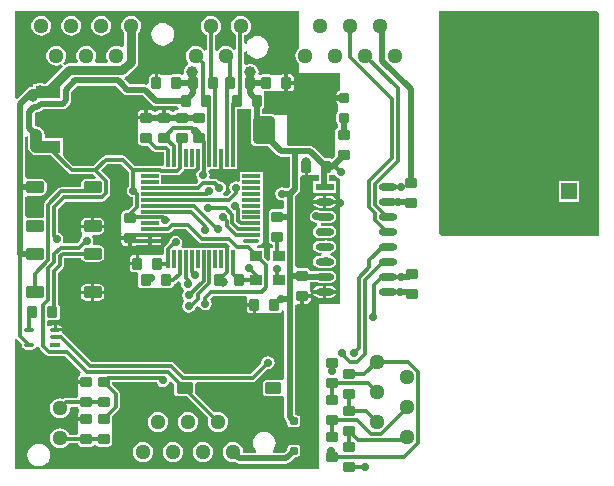
<source format=gtl>
G04 Layer_Physical_Order=1*
G04 Layer_Color=255*
%FSLAX24Y24*%
%MOIN*%
G70*
G01*
G75*
G04:AMPARAMS|DCode=10|XSize=39.4mil|YSize=35.4mil|CornerRadius=4.4mil|HoleSize=0mil|Usage=FLASHONLY|Rotation=180.000|XOffset=0mil|YOffset=0mil|HoleType=Round|Shape=RoundedRectangle|*
%AMROUNDEDRECTD10*
21,1,0.0394,0.0266,0,0,180.0*
21,1,0.0305,0.0354,0,0,180.0*
1,1,0.0089,-0.0153,0.0133*
1,1,0.0089,0.0153,0.0133*
1,1,0.0089,0.0153,-0.0133*
1,1,0.0089,-0.0153,-0.0133*
%
%ADD10ROUNDEDRECTD10*%
G04:AMPARAMS|DCode=11|XSize=31.5mil|YSize=31.5mil|CornerRadius=3.9mil|HoleSize=0mil|Usage=FLASHONLY|Rotation=90.000|XOffset=0mil|YOffset=0mil|HoleType=Round|Shape=RoundedRectangle|*
%AMROUNDEDRECTD11*
21,1,0.0315,0.0236,0,0,90.0*
21,1,0.0236,0.0315,0,0,90.0*
1,1,0.0079,0.0118,0.0118*
1,1,0.0079,0.0118,-0.0118*
1,1,0.0079,-0.0118,-0.0118*
1,1,0.0079,-0.0118,0.0118*
%
%ADD11ROUNDEDRECTD11*%
G04:AMPARAMS|DCode=12|XSize=39.4mil|YSize=35.4mil|CornerRadius=4.4mil|HoleSize=0mil|Usage=FLASHONLY|Rotation=270.000|XOffset=0mil|YOffset=0mil|HoleType=Round|Shape=RoundedRectangle|*
%AMROUNDEDRECTD12*
21,1,0.0394,0.0266,0,0,270.0*
21,1,0.0305,0.0354,0,0,270.0*
1,1,0.0089,-0.0133,-0.0153*
1,1,0.0089,-0.0133,0.0153*
1,1,0.0089,0.0133,0.0153*
1,1,0.0089,0.0133,-0.0153*
%
%ADD12ROUNDEDRECTD12*%
%ADD13R,0.0394X0.0354*%
G04:AMPARAMS|DCode=14|XSize=23.6mil|YSize=27.6mil|CornerRadius=3mil|HoleSize=0mil|Usage=FLASHONLY|Rotation=90.000|XOffset=0mil|YOffset=0mil|HoleType=Round|Shape=RoundedRectangle|*
%AMROUNDEDRECTD14*
21,1,0.0236,0.0217,0,0,90.0*
21,1,0.0177,0.0276,0,0,90.0*
1,1,0.0059,0.0108,0.0089*
1,1,0.0059,0.0108,-0.0089*
1,1,0.0059,-0.0108,-0.0089*
1,1,0.0059,-0.0108,0.0089*
%
%ADD14ROUNDEDRECTD14*%
%ADD15O,0.0591X0.0118*%
%ADD16R,0.0591X0.0118*%
%ADD17R,0.0118X0.0591*%
G04:AMPARAMS|DCode=18|XSize=90.6mil|YSize=70.9mil|CornerRadius=8.9mil|HoleSize=0mil|Usage=FLASHONLY|Rotation=90.000|XOffset=0mil|YOffset=0mil|HoleType=Round|Shape=RoundedRectangle|*
%AMROUNDEDRECTD18*
21,1,0.0906,0.0532,0,0,90.0*
21,1,0.0728,0.0709,0,0,90.0*
1,1,0.0177,0.0266,0.0364*
1,1,0.0177,0.0266,-0.0364*
1,1,0.0177,-0.0266,-0.0364*
1,1,0.0177,-0.0266,0.0364*
%
%ADD18ROUNDEDRECTD18*%
G04:AMPARAMS|DCode=19|XSize=63mil|YSize=39.4mil|CornerRadius=9.8mil|HoleSize=0mil|Usage=FLASHONLY|Rotation=0.000|XOffset=0mil|YOffset=0mil|HoleType=Round|Shape=RoundedRectangle|*
%AMROUNDEDRECTD19*
21,1,0.0630,0.0197,0,0,0.0*
21,1,0.0433,0.0394,0,0,0.0*
1,1,0.0197,0.0217,-0.0098*
1,1,0.0197,-0.0217,-0.0098*
1,1,0.0197,-0.0217,0.0098*
1,1,0.0197,0.0217,0.0098*
%
%ADD19ROUNDEDRECTD19*%
%ADD20O,0.0335X0.0138*%
%ADD21R,0.0335X0.0138*%
%ADD22O,0.0610X0.0236*%
%ADD23R,0.0610X0.0236*%
%ADD24R,0.0846X0.0394*%
%ADD25R,0.0846X0.1280*%
G04:AMPARAMS|DCode=26|XSize=39.4mil|YSize=55.1mil|CornerRadius=4.9mil|HoleSize=0mil|Usage=FLASHONLY|Rotation=90.000|XOffset=0mil|YOffset=0mil|HoleType=Round|Shape=RoundedRectangle|*
%AMROUNDEDRECTD26*
21,1,0.0394,0.0453,0,0,90.0*
21,1,0.0295,0.0551,0,0,90.0*
1,1,0.0098,0.0226,0.0148*
1,1,0.0098,0.0226,-0.0148*
1,1,0.0098,-0.0226,-0.0148*
1,1,0.0098,-0.0226,0.0148*
%
%ADD26ROUNDEDRECTD26*%
%ADD27C,0.0118*%
%ADD28C,0.0197*%
%ADD29C,0.0394*%
%ADD30C,0.0315*%
%ADD31C,0.0276*%
%ADD32C,0.0512*%
%ADD33R,0.0532X0.0532*%
%ADD34C,0.0532*%
%ADD35C,0.0354*%
%ADD36C,0.0276*%
%ADD37C,0.0315*%
%ADD38C,0.0394*%
G36*
X3512Y15090D02*
X3514Y15088D01*
X3730Y14872D01*
X3788Y14833D01*
X3857Y14819D01*
X4375D01*
X4497Y14698D01*
X4498Y14695D01*
X4675Y14518D01*
X4734Y14479D01*
X4803Y14465D01*
X5529D01*
X5571Y14403D01*
X5539Y14333D01*
X5517D01*
X5469Y14324D01*
X5428Y14296D01*
X5418Y14281D01*
X5413Y14279D01*
X5335D01*
X5330Y14281D01*
X5320Y14296D01*
X5279Y14324D01*
X5231Y14333D01*
X5138D01*
Y14075D01*
X5020D01*
Y14333D01*
X4926D01*
X4878Y14324D01*
X4837Y14296D01*
X4827Y14281D01*
X4823Y14279D01*
X4744Y14279D01*
X4740Y14281D01*
X4729Y14296D01*
X4689Y14324D01*
X4641Y14333D01*
X4547D01*
Y14075D01*
X4488D01*
Y14016D01*
X4210D01*
Y13942D01*
X4218Y13903D01*
X4213Y13898D01*
Y13583D01*
X4218Y13577D01*
X4210Y13538D01*
Y13273D01*
X4220Y13225D01*
X4247Y13184D01*
X4288Y13157D01*
X4336Y13147D01*
X4548D01*
X4723Y12972D01*
X4769Y12941D01*
X4823Y12930D01*
X5076D01*
Y12736D01*
X5079Y12723D01*
Y12497D01*
X5055Y12481D01*
X5000Y12455D01*
X4959Y12463D01*
X4113D01*
X3800Y12777D01*
X3755Y12807D01*
X3701Y12818D01*
X3398D01*
X3398Y12818D01*
X3137D01*
X3083Y12807D01*
X3038Y12777D01*
X2725Y12463D01*
X2056D01*
X1748Y12771D01*
X1713Y12835D01*
X1713D01*
X1713Y12835D01*
Y13386D01*
X1105D01*
Y13504D01*
X1095Y13576D01*
X1067Y13643D01*
X1023Y13700D01*
X966Y13745D01*
X899Y13772D01*
X827Y13782D01*
X771Y13843D01*
Y14191D01*
X828Y14248D01*
X847D01*
X916Y14262D01*
X975Y14301D01*
X1040Y14367D01*
X1707D01*
X1776Y14380D01*
X1835Y14420D01*
X1939Y14523D01*
X1978Y14582D01*
X1992Y14651D01*
Y14925D01*
X2201Y15134D01*
X3468D01*
X3512Y15090D01*
D02*
G37*
G36*
X19585Y17533D02*
X19585Y10140D01*
X14335D01*
X14252Y10223D01*
X14252Y17616D01*
X19501D01*
X19585Y17533D01*
D02*
G37*
G36*
X7677Y14370D02*
X7989D01*
Y14101D01*
X7982Y14091D01*
X7969Y14026D01*
Y13981D01*
X7968Y13976D01*
X7969Y13972D01*
Y13297D01*
X7982Y13232D01*
X8019Y13177D01*
X8074Y13140D01*
X8140Y13127D01*
X8547D01*
X8849Y12825D01*
X8907Y12786D01*
X8976Y12772D01*
X9268D01*
Y11787D01*
X9197Y11716D01*
X9135D01*
X9100Y11739D01*
X9016Y11756D01*
X8931Y11739D01*
X8860Y11692D01*
X8812Y11620D01*
X8795Y11535D01*
X8812Y11451D01*
X8860Y11379D01*
X8931Y11331D01*
X9016Y11315D01*
X9030Y11318D01*
X9091Y11268D01*
Y11082D01*
X9012Y11026D01*
X9011Y11026D01*
X8706D01*
X8658Y11016D01*
X8617Y10989D01*
X8590Y10949D01*
X8580Y10901D01*
Y10635D01*
X8588Y10596D01*
X8583Y10591D01*
Y10276D01*
X8588Y10270D01*
X8580Y10231D01*
Y9966D01*
X8590Y9918D01*
X8617Y9877D01*
X8658Y9850D01*
X8706Y9840D01*
X8718D01*
Y9734D01*
X8622D01*
Y9326D01*
X8543Y9293D01*
X8425Y9411D01*
Y9734D01*
X8169D01*
X8164Y9741D01*
X8206Y9820D01*
X8228D01*
X8282Y9831D01*
X8328Y9861D01*
X8358Y9907D01*
X8365Y9941D01*
X8369Y9961D01*
X8366Y10020D01*
X8366Y10020D01*
Y10217D01*
Y10610D01*
Y11004D01*
Y11398D01*
Y11791D01*
Y12264D01*
X7618D01*
Y11995D01*
X7604Y11980D01*
X7539Y11941D01*
X7480Y11953D01*
X7396Y11936D01*
X7324Y11888D01*
X7276Y11817D01*
X7260Y11732D01*
X7276Y11648D01*
X7308Y11601D01*
X7186Y11479D01*
X7082D01*
X7058Y11558D01*
X7085Y11576D01*
X7133Y11648D01*
X7150Y11732D01*
X7133Y11817D01*
X7085Y11888D01*
X7014Y11936D01*
X6929Y11953D01*
X6911Y11949D01*
X6871Y11989D01*
X6825Y12020D01*
X6772Y12030D01*
X6636D01*
X6588Y12109D01*
X6599Y12165D01*
X6582Y12250D01*
X6559Y12283D01*
X6599Y12362D01*
X6929D01*
Y12723D01*
X6932Y12736D01*
X7045D01*
X7047Y12723D01*
Y12362D01*
X7520D01*
Y12723D01*
X7522Y12736D01*
Y14368D01*
X7633D01*
X7672Y14375D01*
X7677Y14370D01*
D02*
G37*
G36*
X549Y13461D02*
Y13110D01*
X558Y13038D01*
X586Y12971D01*
X630Y12914D01*
X688Y12870D01*
X709Y12861D01*
Y12835D01*
X809D01*
X827Y12832D01*
X845Y12835D01*
X1288D01*
X1899Y12223D01*
X1944Y12193D01*
X1998Y12182D01*
X2727D01*
X2806Y12104D01*
X2775Y12031D01*
X2480D01*
X2411Y12017D01*
X2353Y11978D01*
X2313Y11920D01*
X2300Y11850D01*
Y11755D01*
X1655D01*
X1602Y11744D01*
X1556Y11714D01*
X1121Y11279D01*
X1091Y11233D01*
X1080Y11179D01*
Y10788D01*
X1001Y10728D01*
X984Y10732D01*
X551D01*
X535Y10729D01*
X456Y10788D01*
Y11416D01*
X535Y11476D01*
X551Y11473D01*
X984D01*
X1053Y11487D01*
X1112Y11526D01*
X1151Y11584D01*
X1165Y11654D01*
Y11850D01*
X1151Y11920D01*
X1112Y11978D01*
X1053Y12017D01*
X984Y12031D01*
X551D01*
X535Y12028D01*
X456Y12088D01*
Y13431D01*
X535Y13471D01*
X549Y13461D01*
D02*
G37*
G36*
X6196Y12283D02*
X6174Y12250D01*
X6157Y12165D01*
X6174Y12081D01*
X6222Y12009D01*
X6229Y11936D01*
X6166Y11873D01*
X5705D01*
X5705Y11873D01*
X5476D01*
X5476Y11873D01*
X4980D01*
Y12162D01*
X5529D01*
X5582Y12172D01*
X5628Y12203D01*
X5710Y12285D01*
X5740Y12330D01*
X5746Y12362D01*
X6154D01*
X6196Y12283D01*
D02*
G37*
G36*
X9567Y16388D02*
X9557Y16380D01*
X9503Y16310D01*
X9469Y16229D01*
X9458Y16142D01*
X9469Y16054D01*
X9503Y15973D01*
X9557Y15903D01*
X9567Y15895D01*
Y15551D01*
X10945D01*
Y14983D01*
X10899Y14973D01*
X10860Y14947D01*
X10834Y14908D01*
X10824Y14862D01*
Y14803D01*
X11063D01*
Y14685D01*
X10824D01*
Y14626D01*
X10834Y14580D01*
X10860Y14541D01*
X10866Y14537D01*
Y14282D01*
X10860Y14278D01*
X10834Y14239D01*
X10824Y14193D01*
Y13957D01*
X10834Y13911D01*
X10860Y13872D01*
X10882Y13856D01*
Y13737D01*
X10862Y13733D01*
X10822Y13706D01*
X10795Y13665D01*
X10785Y13617D01*
Y13351D01*
X10793Y13312D01*
X10787Y13307D01*
Y12992D01*
X10793Y12987D01*
X10785Y12948D01*
Y12792D01*
X10690Y12698D01*
X10673Y12709D01*
X10625Y12719D01*
X10441D01*
X10079Y13080D01*
X10021Y13120D01*
X9952Y13133D01*
X9244D01*
X9176Y13161D01*
Y14161D01*
X8831D01*
X8758Y14169D01*
X8737Y14183D01*
X8709Y14189D01*
X8709Y14189D01*
X8671Y14196D01*
X8350D01*
Y14377D01*
X8350Y14377D01*
X8391Y14404D01*
X8418Y14445D01*
X8428Y14493D01*
Y14798D01*
X8418Y14846D01*
X8396Y14879D01*
X8404Y14914D01*
X8426Y14958D01*
X8617D01*
X8656Y14966D01*
X8661Y14961D01*
X8976D01*
X8982Y14966D01*
X9021Y14958D01*
X9094D01*
Y15236D01*
Y15514D01*
X9021D01*
X8982Y15506D01*
X8976Y15512D01*
X8661D01*
X8656Y15506D01*
X8617Y15514D01*
X8351D01*
X8303Y15505D01*
X8294Y15498D01*
X8292Y15499D01*
X8225Y15547D01*
X8231Y15591D01*
X8221Y15662D01*
X8193Y15730D01*
X8149Y15787D01*
X8092Y15831D01*
X8025Y15859D01*
X7953Y15869D01*
X7881Y15859D01*
X7837Y15841D01*
X7759Y15879D01*
Y16273D01*
X7837Y16289D01*
X7862Y16229D01*
X7922Y16151D01*
X8000Y16091D01*
X8091Y16053D01*
X8189Y16040D01*
X8287Y16053D01*
X8378Y16091D01*
X8456Y16151D01*
X8516Y16229D01*
X8553Y16320D01*
X8566Y16417D01*
X8553Y16515D01*
X8516Y16606D01*
X8456Y16684D01*
X8378Y16744D01*
X8287Y16782D01*
X8189Y16795D01*
X8091Y16782D01*
X8000Y16744D01*
X7922Y16684D01*
X7862Y16606D01*
X7837Y16546D01*
X7759Y16561D01*
Y16814D01*
X7807Y16834D01*
X7876Y16887D01*
X7930Y16957D01*
X7964Y17039D01*
X7975Y17126D01*
X7964Y17213D01*
X7930Y17295D01*
X7876Y17365D01*
X7807Y17418D01*
X7725Y17452D01*
X7638Y17464D01*
X7550Y17452D01*
X7469Y17418D01*
X7399Y17365D01*
X7345Y17295D01*
X7312Y17213D01*
X7300Y17126D01*
X7312Y17039D01*
X7345Y16957D01*
X7399Y16887D01*
X7469Y16834D01*
X7478Y16830D01*
Y16362D01*
X7399Y16335D01*
X7376Y16365D01*
X7307Y16418D01*
X7225Y16452D01*
X7138Y16464D01*
X7050Y16452D01*
X6969Y16418D01*
X6899Y16365D01*
X6857Y16310D01*
X6794Y16322D01*
X6778Y16330D01*
Y16822D01*
X6807Y16834D01*
X6876Y16887D01*
X6930Y16957D01*
X6964Y17039D01*
X6975Y17126D01*
X6964Y17213D01*
X6930Y17295D01*
X6876Y17365D01*
X6807Y17418D01*
X6725Y17452D01*
X6638Y17464D01*
X6550Y17452D01*
X6469Y17418D01*
X6399Y17365D01*
X6345Y17295D01*
X6312Y17213D01*
X6300Y17126D01*
X6312Y17039D01*
X6345Y16957D01*
X6399Y16887D01*
X6469Y16834D01*
X6497Y16822D01*
Y16330D01*
X6481Y16322D01*
X6419Y16310D01*
X6376Y16365D01*
X6307Y16418D01*
X6225Y16452D01*
X6138Y16464D01*
X6050Y16452D01*
X5969Y16418D01*
X5899Y16365D01*
X5845Y16295D01*
X5812Y16213D01*
X5800Y16126D01*
X5812Y16039D01*
X5845Y15957D01*
X5879Y15914D01*
X5883Y15854D01*
X5864Y15815D01*
X5827Y15787D01*
X5783Y15730D01*
X5755Y15662D01*
X5746Y15591D01*
X5751Y15547D01*
X5684Y15499D01*
X5682Y15498D01*
X5673Y15505D01*
X5625Y15514D01*
X5359D01*
X5320Y15506D01*
X5315Y15512D01*
X5000D01*
X4995Y15506D01*
X4956Y15514D01*
X4882D01*
Y15236D01*
X4764D01*
Y15514D01*
X4690D01*
X4642Y15505D01*
X4601Y15477D01*
X4574Y15437D01*
X4565Y15389D01*
Y15224D01*
X4486Y15173D01*
X4450Y15181D01*
X3932D01*
X3771Y15342D01*
X3769Y15344D01*
X3761Y15352D01*
X3777Y15404D01*
X3792Y15433D01*
X3862Y15479D01*
X4151Y15768D01*
X4203Y15846D01*
X4221Y15938D01*
Y16899D01*
X4227Y16903D01*
X4281Y16973D01*
X4314Y17054D01*
X4326Y17142D01*
X4314Y17229D01*
X4281Y17311D01*
X4227Y17380D01*
X4157Y17434D01*
X4076Y17468D01*
X3988Y17479D01*
X3901Y17468D01*
X3819Y17434D01*
X3750Y17380D01*
X3696Y17311D01*
X3662Y17229D01*
X3651Y17142D01*
X3662Y17054D01*
X3696Y16973D01*
X3739Y16916D01*
Y16470D01*
X3661Y16431D01*
X3657Y16434D01*
X3576Y16468D01*
X3488Y16479D01*
X3401Y16468D01*
X3319Y16434D01*
X3250Y16380D01*
X3196Y16310D01*
X3162Y16229D01*
X3151Y16142D01*
X3162Y16054D01*
X3196Y15973D01*
X3199Y15969D01*
X3160Y15890D01*
X2816D01*
X2778Y15969D01*
X2781Y15973D01*
X2814Y16054D01*
X2826Y16142D01*
X2814Y16229D01*
X2781Y16310D01*
X2727Y16380D01*
X2657Y16434D01*
X2576Y16468D01*
X2488Y16479D01*
X2401Y16468D01*
X2319Y16434D01*
X2250Y16380D01*
X2196Y16310D01*
X2162Y16229D01*
X2151Y16142D01*
X2162Y16054D01*
X2196Y15973D01*
X2199Y15969D01*
X2160Y15890D01*
X1909D01*
X1817Y15872D01*
X1778Y15846D01*
X1727Y15903D01*
X1780Y15973D01*
X1814Y16054D01*
X1826Y16142D01*
X1814Y16229D01*
X1780Y16310D01*
X1727Y16380D01*
X1657Y16434D01*
X1576Y16468D01*
X1488Y16479D01*
X1401Y16468D01*
X1319Y16434D01*
X1250Y16380D01*
X1196Y16310D01*
X1162Y16229D01*
X1151Y16142D01*
X1162Y16054D01*
X1196Y15973D01*
X1250Y15903D01*
X1319Y15849D01*
X1401Y15816D01*
X1488Y15804D01*
X1576Y15816D01*
X1657Y15849D01*
X1658Y15851D01*
X1710Y15791D01*
X1116Y15197D01*
X1075D01*
X1037Y15223D01*
X945Y15241D01*
X853Y15223D01*
X814Y15197D01*
X709D01*
Y15102D01*
X669D01*
X600Y15088D01*
X542Y15049D01*
X179Y14687D01*
X100Y14719D01*
Y17616D01*
X9567D01*
Y16388D01*
D02*
G37*
G36*
X3398Y12537D02*
X3643D01*
X3915Y12265D01*
Y11810D01*
X3899Y11800D01*
X3851Y11728D01*
X3834Y11644D01*
X3851Y11559D01*
X3899Y11488D01*
X3971Y11440D01*
X4033Y11427D01*
Y11141D01*
X3879Y10987D01*
X3784D01*
X3736Y10977D01*
X3696Y10950D01*
X3669Y10909D01*
X3659Y10861D01*
Y10595D01*
X3667Y10557D01*
X3661Y10551D01*
Y10236D01*
X3667Y10231D01*
X3659Y10192D01*
Y10118D01*
X3937D01*
Y10059D01*
X3996D01*
Y9801D01*
X4090D01*
X4138Y9810D01*
X4154Y9821D01*
X4232Y9823D01*
X4232Y9823D01*
X4547D01*
Y9961D01*
X4606D01*
Y10020D01*
X4980D01*
Y10214D01*
X5197D01*
X5251Y10225D01*
X5296Y10255D01*
X5413Y10371D01*
X5808D01*
X6239Y9940D01*
X6285Y9910D01*
X6339Y9899D01*
X6571D01*
X6571Y9899D01*
X7184D01*
X7286Y9797D01*
X7256Y9724D01*
X7244D01*
Y9364D01*
X7241Y9350D01*
X7126D01*
Y9724D01*
X5696D01*
X5654Y9803D01*
X5676Y9837D01*
X5693Y9921D01*
X5676Y10006D01*
X5629Y10077D01*
X5557Y10125D01*
X5472Y10142D01*
X5388Y10125D01*
X5316Y10077D01*
X5268Y10006D01*
X5256Y9943D01*
X5117Y9804D01*
X5087Y9758D01*
X5080Y9724D01*
X5079D01*
Y9718D01*
X5076Y9705D01*
Y9547D01*
X4997Y9490D01*
X4995Y9491D01*
X4729D01*
X4690Y9483D01*
X4685Y9488D01*
X4370D01*
X4365Y9483D01*
X4326Y9491D01*
X4252D01*
Y9213D01*
X4193D01*
Y9154D01*
X3935D01*
Y9060D01*
X3944Y9012D01*
X3971Y8971D01*
X4012Y8944D01*
X4060Y8935D01*
X4174D01*
X4218Y8865D01*
X4219Y8856D01*
X4210Y8814D01*
Y8509D01*
X4220Y8461D01*
X4247Y8420D01*
X4288Y8393D01*
X4336Y8383D01*
X4601D01*
X4640Y8391D01*
X4646Y8386D01*
X4961D01*
X4966Y8391D01*
X5005Y8383D01*
X5271D01*
X5319Y8393D01*
X5359Y8420D01*
X5387Y8461D01*
X5396Y8509D01*
Y8521D01*
X5447Y8532D01*
X5493Y8562D01*
X5565Y8634D01*
X5583Y8631D01*
X5645Y8544D01*
X5645Y8543D01*
X5662Y8459D01*
X5710Y8387D01*
X5720Y8381D01*
X5749Y8306D01*
X5702Y8234D01*
X5685Y8150D01*
X5702Y8065D01*
X5725Y8030D01*
X5743Y7972D01*
X5725Y7915D01*
X5702Y7880D01*
X5685Y7795D01*
X5702Y7711D01*
X5749Y7639D01*
X5821Y7591D01*
X5906Y7574D01*
X5990Y7591D01*
X6062Y7639D01*
X6109Y7711D01*
X6113Y7729D01*
X6123Y7735D01*
X6178Y7791D01*
X6267Y7768D01*
X6301Y7718D01*
X6372Y7670D01*
X6457Y7653D01*
X6541Y7670D01*
X6613Y7718D01*
X6661Y7790D01*
X6677Y7874D01*
X6661Y7958D01*
X6614Y8029D01*
X6712Y8127D01*
X7815D01*
X7851Y8048D01*
X7842Y8035D01*
X7832Y7987D01*
Y7894D01*
X8091D01*
Y7835D01*
X8150D01*
Y7557D01*
X8223D01*
X8262Y7564D01*
X8268Y7559D01*
X8583D01*
X8588Y7564D01*
X8627Y7557D01*
X8893D01*
X8941Y7566D01*
X8981Y7593D01*
X9009Y7634D01*
X9012Y7653D01*
X9091Y7645D01*
Y5352D01*
X9012Y5317D01*
X8997Y5327D01*
X8947Y5337D01*
X8494D01*
X8444Y5327D01*
X8402Y5299D01*
X8374Y5257D01*
X8364Y5207D01*
Y4911D01*
X8374Y4861D01*
X8402Y4819D01*
X8444Y4791D01*
X8494Y4781D01*
X8947D01*
X8997Y4791D01*
X9012Y4801D01*
X9091Y4766D01*
Y4094D01*
X9105Y4025D01*
X9144Y3967D01*
X9191Y3920D01*
Y3868D01*
X9199Y3826D01*
X9223Y3790D01*
X9259Y3766D01*
X9301Y3758D01*
X9518D01*
X9560Y3766D01*
X9596Y3790D01*
X9620Y3826D01*
X9628Y3868D01*
Y4045D01*
X9620Y4088D01*
X9596Y4123D01*
X9560Y4147D01*
X9518Y4156D01*
X9466D01*
X9452Y4169D01*
Y7815D01*
X9531Y7872D01*
X9532Y7872D01*
X9626D01*
Y8130D01*
X9685D01*
Y8189D01*
X9963D01*
Y8263D01*
X9955Y8302D01*
X9961Y8307D01*
Y8591D01*
X10162D01*
X10169Y8586D01*
X10246Y8571D01*
X10620D01*
X10697Y8586D01*
X10762Y8630D01*
X10806Y8695D01*
X10821Y8772D01*
X10806Y8848D01*
X10762Y8914D01*
X10697Y8957D01*
X10620Y8972D01*
X10246D01*
X10169Y8957D01*
X10162Y8952D01*
X9959D01*
X9953Y8980D01*
X9926Y9021D01*
X9886Y9048D01*
X9838Y9058D01*
X9532D01*
X9531Y9057D01*
X9452Y9114D01*
Y10787D01*
Y11461D01*
X9577Y11585D01*
X9616Y11643D01*
X9629Y11713D01*
Y12095D01*
X9690Y12163D01*
X9764D01*
Y12441D01*
X9882D01*
Y12163D01*
X9956D01*
X9995Y12171D01*
X10000Y12165D01*
X10233D01*
Y11968D01*
X10049D01*
Y11575D01*
X10817D01*
Y11968D01*
X10594D01*
Y12163D01*
X10625D01*
X10673Y12172D01*
X10681Y12178D01*
X10743Y12179D01*
X10777Y12155D01*
X10808Y12108D01*
X10880Y12060D01*
X10945Y12047D01*
Y7874D01*
X10236D01*
Y2362D01*
X100D01*
Y6684D01*
X167Y6708D01*
X179Y6709D01*
X350Y6538D01*
X342Y6496D01*
X353Y6438D01*
X386Y6390D01*
X435Y6357D01*
X492Y6346D01*
X689D01*
X747Y6357D01*
X795Y6390D01*
X828Y6438D01*
X829Y6445D01*
X910Y6445D01*
X914Y6425D01*
X944Y6379D01*
X1162Y6161D01*
X1208Y6130D01*
X1262Y6119D01*
X1787D01*
X2316Y5591D01*
X2289Y5506D01*
X2280Y5505D01*
X2239Y5477D01*
X2212Y5437D01*
X2202Y5389D01*
Y5315D01*
X2480D01*
Y5197D01*
X2202D01*
Y5123D01*
X2210Y5084D01*
X2205Y5079D01*
Y4764D01*
X2141Y4727D01*
X1815D01*
X1761Y4716D01*
X1734Y4698D01*
X1702Y4712D01*
X1614Y4723D01*
X1527Y4712D01*
X1445Y4678D01*
X1375Y4624D01*
X1322Y4555D01*
X1288Y4473D01*
X1277Y4386D01*
X1288Y4298D01*
X1322Y4217D01*
X1375Y4147D01*
X1445Y4094D01*
X1527Y4060D01*
X1614Y4048D01*
X1702Y4060D01*
X1783Y4094D01*
X1853Y4147D01*
X1906Y4217D01*
X1940Y4298D01*
X1952Y4386D01*
X1952Y4387D01*
X2003Y4446D01*
X2204D01*
X2212Y4406D01*
X2239Y4365D01*
X2254Y4355D01*
X2256Y4350D01*
Y4272D01*
X2254Y4267D01*
X2239Y4257D01*
X2212Y4216D01*
X2202Y4168D01*
Y4094D01*
X2480D01*
Y3976D01*
X2202D01*
Y3903D01*
X2210Y3864D01*
X2205Y3858D01*
Y3543D01*
X2141Y3507D01*
X1926D01*
X1906Y3555D01*
X1853Y3625D01*
X1783Y3678D01*
X1702Y3712D01*
X1614Y3723D01*
X1527Y3712D01*
X1445Y3678D01*
X1375Y3625D01*
X1322Y3555D01*
X1288Y3473D01*
X1277Y3386D01*
X1288Y3298D01*
X1322Y3217D01*
X1375Y3147D01*
X1445Y3094D01*
X1527Y3060D01*
X1614Y3048D01*
X1702Y3060D01*
X1783Y3094D01*
X1853Y3147D01*
X1906Y3217D01*
X1910Y3226D01*
X2204D01*
X2212Y3185D01*
X2239Y3145D01*
X2280Y3117D01*
X2328Y3108D01*
X2633D01*
X2681Y3117D01*
X2722Y3145D01*
X2732Y3160D01*
X2736Y3162D01*
X2815D01*
X2819Y3160D01*
X2830Y3145D01*
X2870Y3117D01*
X2918Y3108D01*
X3223D01*
X3271Y3117D01*
X3312Y3145D01*
X3339Y3185D01*
X3349Y3233D01*
Y3499D01*
X3341Y3538D01*
X3346Y3543D01*
Y3858D01*
X3341Y3864D01*
X3349Y3903D01*
Y4115D01*
X3564Y4330D01*
X3594Y4375D01*
X3605Y4429D01*
Y4862D01*
X3594Y4916D01*
X3564Y4962D01*
X3351Y5174D01*
X3354Y5253D01*
X4831D01*
X4835Y5230D01*
X4883Y5159D01*
X4955Y5111D01*
X5039Y5094D01*
X5124Y5111D01*
X5195Y5159D01*
X5243Y5230D01*
X5248Y5253D01*
X5333Y5279D01*
X5411Y5201D01*
Y4911D01*
X5421Y4861D01*
X5449Y4819D01*
X5491Y4791D01*
X5541Y4781D01*
X5831D01*
X6560Y4053D01*
X6548Y4024D01*
X6536Y3937D01*
X6548Y3850D01*
X6582Y3768D01*
X6635Y3698D01*
X6705Y3645D01*
X6787Y3611D01*
X6874Y3599D01*
X6961Y3611D01*
X7043Y3645D01*
X7113Y3698D01*
X7166Y3768D01*
X7200Y3850D01*
X7212Y3937D01*
X7200Y4024D01*
X7166Y4106D01*
X7113Y4176D01*
X7043Y4229D01*
X6961Y4263D01*
X6874Y4275D01*
X6787Y4263D01*
X6758Y4251D01*
X6120Y4890D01*
X6125Y4911D01*
Y5207D01*
X6163Y5253D01*
X8031D01*
X8085Y5264D01*
X8131Y5294D01*
X8525Y5688D01*
X8543Y5685D01*
X8628Y5702D01*
X8699Y5749D01*
X8747Y5821D01*
X8764Y5906D01*
X8747Y5990D01*
X8699Y6062D01*
X8628Y6109D01*
X8543Y6126D01*
X8459Y6109D01*
X8387Y6062D01*
X8339Y5990D01*
X8323Y5906D01*
X8326Y5887D01*
X7973Y5534D01*
X5754D01*
X5401Y5887D01*
X5356Y5917D01*
X5302Y5928D01*
X2655D01*
X1731Y6851D01*
X1724Y6856D01*
X1695Y6949D01*
X1457D01*
Y7008D01*
X1398D01*
Y7158D01*
X1358D01*
X1301Y7147D01*
X1263Y7121D01*
X1219Y7134D01*
X1184Y7154D01*
Y7248D01*
X1225Y7320D01*
X1491D01*
X1539Y7330D01*
X1580Y7357D01*
X1607Y7398D01*
X1617Y7446D01*
Y7751D01*
X1607Y7799D01*
X1580Y7840D01*
X1558Y7854D01*
Y8913D01*
X1714Y9068D01*
X1744Y9114D01*
X1755Y9168D01*
Y9391D01*
X1771Y9407D01*
X2308D01*
X2313Y9380D01*
X2353Y9321D01*
X2411Y9282D01*
X2480Y9268D01*
X2913D01*
X2983Y9282D01*
X3041Y9321D01*
X3080Y9380D01*
X3094Y9449D01*
Y9646D01*
X3080Y9715D01*
X3041Y9773D01*
X2983Y9813D01*
X2913Y9826D01*
X2741D01*
X2713Y9879D01*
X2706Y9905D01*
X2721Y9980D01*
X2704Y10065D01*
X2684Y10095D01*
X2726Y10174D01*
X2913D01*
X2983Y10187D01*
X3041Y10227D01*
X3080Y10285D01*
X3094Y10354D01*
Y10394D01*
X2300D01*
Y10354D01*
X2313Y10285D01*
X2353Y10227D01*
X2345Y10137D01*
X2344Y10136D01*
X2296Y10065D01*
X2279Y9980D01*
X2280Y9978D01*
X2186Y9885D01*
X1737D01*
X1707Y9940D01*
X1702Y9963D01*
X1717Y10039D01*
X1700Y10124D01*
X1652Y10195D01*
X1581Y10243D01*
X1558Y10248D01*
Y11040D01*
X1795Y11277D01*
X3011D01*
X3065Y11288D01*
X3111Y11318D01*
X3249Y11456D01*
X3279Y11502D01*
X3290Y11556D01*
Y11958D01*
X3279Y12012D01*
X3249Y12058D01*
X2983Y12324D01*
X3195Y12537D01*
X3398D01*
X3398Y12537D01*
D02*
G37*
%LPC*%
G36*
X10374Y8213D02*
X10057D01*
X10061Y8195D01*
X10104Y8130D01*
X10169Y8086D01*
X10246Y8071D01*
X10374D01*
Y8213D01*
D02*
G37*
G36*
X2638Y8189D02*
X2300D01*
Y8150D01*
X2313Y8080D01*
X2353Y8022D01*
X2411Y7983D01*
X2480Y7969D01*
X2638D01*
Y8189D01*
D02*
G37*
G36*
X3094D02*
X2756D01*
Y7969D01*
X2913D01*
X2983Y7983D01*
X3041Y8022D01*
X3080Y8080D01*
X3094Y8150D01*
Y8189D01*
D02*
G37*
G36*
X10620Y8472D02*
X10492D01*
Y8331D01*
X10809D01*
X10806Y8348D01*
X10762Y8414D01*
X10697Y8457D01*
X10620Y8472D01*
D02*
G37*
G36*
X2913Y8527D02*
X2756D01*
Y8307D01*
X3094D01*
Y8346D01*
X3080Y8416D01*
X3041Y8474D01*
X2983Y8513D01*
X2913Y8527D01*
D02*
G37*
G36*
X2638D02*
X2480D01*
X2411Y8513D01*
X2353Y8474D01*
X2313Y8416D01*
X2300Y8346D01*
Y8307D01*
X2638D01*
Y8527D01*
D02*
G37*
G36*
X10374Y8472D02*
X10246D01*
X10169Y8457D01*
X10104Y8414D01*
X10061Y8348D01*
X10057Y8331D01*
X10374D01*
Y8472D01*
D02*
G37*
G36*
X10809Y8213D02*
X10492D01*
Y8071D01*
X10620D01*
X10697Y8086D01*
X10762Y8130D01*
X10806Y8195D01*
X10809Y8213D01*
D02*
G37*
G36*
X6374Y3275D02*
X6287Y3263D01*
X6205Y3229D01*
X6135Y3176D01*
X6082Y3106D01*
X6048Y3024D01*
X6036Y2937D01*
X6048Y2850D01*
X6082Y2768D01*
X6135Y2698D01*
X6205Y2645D01*
X6287Y2611D01*
X6374Y2599D01*
X6461Y2611D01*
X6543Y2645D01*
X6613Y2698D01*
X6666Y2768D01*
X6700Y2850D01*
X6712Y2937D01*
X6700Y3024D01*
X6666Y3106D01*
X6613Y3176D01*
X6543Y3229D01*
X6461Y3263D01*
X6374Y3275D01*
D02*
G37*
G36*
X8425Y3606D02*
X8328Y3593D01*
X8237Y3555D01*
X8158Y3495D01*
X8098Y3417D01*
X8061Y3326D01*
X8048Y3228D01*
X8061Y3131D01*
X8098Y3040D01*
X8147Y2976D01*
X8133Y2925D01*
X8113Y2897D01*
X7746D01*
X7712Y2937D01*
X7700Y3024D01*
X7666Y3106D01*
X7613Y3176D01*
X7543Y3229D01*
X7461Y3263D01*
X7374Y3275D01*
X7287Y3263D01*
X7205Y3229D01*
X7135Y3176D01*
X7082Y3106D01*
X7048Y3024D01*
X7036Y2937D01*
X7048Y2850D01*
X7082Y2768D01*
X7135Y2698D01*
X7205Y2645D01*
X7287Y2611D01*
X7374Y2599D01*
X7447Y2609D01*
X7467Y2589D01*
X7525Y2550D01*
X7594Y2536D01*
X9154D01*
X9223Y2550D01*
X9281Y2589D01*
X9466Y2773D01*
X9518D01*
X9560Y2782D01*
X9596Y2806D01*
X9620Y2842D01*
X9628Y2884D01*
Y3061D01*
X9620Y3103D01*
X9596Y3139D01*
X9560Y3163D01*
X9518Y3171D01*
X9301D01*
X9259Y3163D01*
X9223Y3139D01*
X9199Y3103D01*
X9191Y3061D01*
Y3009D01*
X9079Y2897D01*
X8737D01*
X8718Y2925D01*
X8703Y2976D01*
X8752Y3040D01*
X8790Y3131D01*
X8802Y3228D01*
X8790Y3326D01*
X8752Y3417D01*
X8692Y3495D01*
X8614Y3555D01*
X8523Y3593D01*
X8425Y3606D01*
D02*
G37*
G36*
X5374Y3275D02*
X5287Y3263D01*
X5205Y3229D01*
X5135Y3176D01*
X5082Y3106D01*
X5048Y3024D01*
X5036Y2937D01*
X5048Y2850D01*
X5082Y2768D01*
X5135Y2698D01*
X5205Y2645D01*
X5287Y2611D01*
X5374Y2599D01*
X5461Y2611D01*
X5543Y2645D01*
X5613Y2698D01*
X5666Y2768D01*
X5700Y2850D01*
X5712Y2937D01*
X5700Y3024D01*
X5666Y3106D01*
X5613Y3176D01*
X5543Y3229D01*
X5461Y3263D01*
X5374Y3275D01*
D02*
G37*
G36*
X906Y3212D02*
X808Y3199D01*
X717Y3161D01*
X639Y3101D01*
X579Y3023D01*
X541Y2932D01*
X528Y2835D01*
X541Y2737D01*
X579Y2646D01*
X639Y2568D01*
X717Y2508D01*
X808Y2470D01*
X906Y2457D01*
X1003Y2470D01*
X1094Y2508D01*
X1172Y2568D01*
X1232Y2646D01*
X1270Y2737D01*
X1283Y2835D01*
X1270Y2932D01*
X1232Y3023D01*
X1172Y3101D01*
X1094Y3161D01*
X1003Y3199D01*
X906Y3212D01*
D02*
G37*
G36*
X4374Y3275D02*
X4287Y3263D01*
X4205Y3229D01*
X4135Y3176D01*
X4082Y3106D01*
X4048Y3024D01*
X4036Y2937D01*
X4048Y2850D01*
X4082Y2768D01*
X4135Y2698D01*
X4205Y2645D01*
X4287Y2611D01*
X4374Y2599D01*
X4461Y2611D01*
X4543Y2645D01*
X4613Y2698D01*
X4666Y2768D01*
X4700Y2850D01*
X4712Y2937D01*
X4700Y3024D01*
X4666Y3106D01*
X4613Y3176D01*
X4543Y3229D01*
X4461Y3263D01*
X4374Y3275D01*
D02*
G37*
G36*
X8031Y7776D02*
X7832D01*
Y7682D01*
X7842Y7634D01*
X7869Y7593D01*
X7910Y7566D01*
X7958Y7557D01*
X8031D01*
Y7776D01*
D02*
G37*
G36*
X9963Y8071D02*
X9744D01*
Y7872D01*
X9838D01*
X9886Y7881D01*
X9926Y7908D01*
X9953Y7949D01*
X9963Y7997D01*
Y8071D01*
D02*
G37*
G36*
X1555Y7158D02*
X1516D01*
Y7067D01*
X1693D01*
X1662Y7114D01*
X1613Y7147D01*
X1555Y7158D01*
D02*
G37*
G36*
X4874Y4275D02*
X4787Y4263D01*
X4705Y4229D01*
X4635Y4176D01*
X4582Y4106D01*
X4548Y4024D01*
X4536Y3937D01*
X4548Y3850D01*
X4582Y3768D01*
X4635Y3698D01*
X4705Y3645D01*
X4787Y3611D01*
X4874Y3599D01*
X4961Y3611D01*
X5043Y3645D01*
X5113Y3698D01*
X5166Y3768D01*
X5200Y3850D01*
X5212Y3937D01*
X5200Y4024D01*
X5166Y4106D01*
X5113Y4176D01*
X5043Y4229D01*
X4961Y4263D01*
X4874Y4275D01*
D02*
G37*
G36*
X5874D02*
X5787Y4263D01*
X5705Y4229D01*
X5635Y4176D01*
X5582Y4106D01*
X5548Y4024D01*
X5536Y3937D01*
X5548Y3850D01*
X5582Y3768D01*
X5635Y3698D01*
X5705Y3645D01*
X5787Y3611D01*
X5874Y3599D01*
X5961Y3611D01*
X6043Y3645D01*
X6113Y3698D01*
X6166Y3768D01*
X6200Y3850D01*
X6212Y3937D01*
X6200Y4024D01*
X6166Y4106D01*
X6113Y4176D01*
X6043Y4229D01*
X5961Y4263D01*
X5874Y4275D01*
D02*
G37*
G36*
X10472Y9985D02*
X10411Y9972D01*
X10246D01*
X10169Y9957D01*
X10104Y9914D01*
X10061Y9848D01*
X10045Y9772D01*
X10061Y9695D01*
X10104Y9630D01*
X10169Y9586D01*
X10246Y9571D01*
X10308D01*
X10331Y9551D01*
X10311Y9491D01*
X10294Y9472D01*
X10246D01*
X10169Y9457D01*
X10104Y9414D01*
X10061Y9348D01*
X10045Y9272D01*
X10061Y9195D01*
X10104Y9130D01*
X10169Y9086D01*
X10246Y9071D01*
X10470D01*
X10472Y9071D01*
X10474Y9071D01*
X10620D01*
X10697Y9086D01*
X10762Y9130D01*
X10806Y9195D01*
X10821Y9272D01*
X10806Y9348D01*
X10762Y9414D01*
X10697Y9457D01*
X10640Y9468D01*
X10609Y9523D01*
X10634Y9574D01*
X10697Y9586D01*
X10762Y9630D01*
X10806Y9695D01*
X10821Y9772D01*
X10806Y9848D01*
X10762Y9914D01*
X10697Y9957D01*
X10620Y9972D01*
X10534D01*
X10472Y9985D01*
D02*
G37*
G36*
X4429Y14333D02*
X4336D01*
X4288Y14324D01*
X4247Y14296D01*
X4220Y14256D01*
X4210Y14208D01*
Y14134D01*
X4429D01*
Y14333D01*
D02*
G37*
G36*
X9412Y15177D02*
X9213D01*
Y14958D01*
X9286D01*
X9334Y14968D01*
X9375Y14995D01*
X9402Y15036D01*
X9412Y15084D01*
Y15177D01*
D02*
G37*
G36*
X10374Y11472D02*
X10246D01*
X10169Y11457D01*
X10104Y11414D01*
X10061Y11348D01*
X10057Y11331D01*
X10374D01*
Y11472D01*
D02*
G37*
G36*
X10620D02*
X10492D01*
Y11331D01*
X10809D01*
X10806Y11348D01*
X10762Y11414D01*
X10697Y11457D01*
X10620Y11472D01*
D02*
G37*
G36*
X9286Y15514D02*
X9213D01*
Y15295D01*
X9412D01*
Y15389D01*
X9402Y15437D01*
X9375Y15477D01*
X9334Y15505D01*
X9286Y15514D01*
D02*
G37*
G36*
X1988Y17479D02*
X1901Y17468D01*
X1819Y17434D01*
X1750Y17380D01*
X1696Y17311D01*
X1662Y17229D01*
X1651Y17142D01*
X1662Y17054D01*
X1696Y16973D01*
X1750Y16903D01*
X1819Y16849D01*
X1901Y16816D01*
X1988Y16804D01*
X2076Y16816D01*
X2157Y16849D01*
X2227Y16903D01*
X2280Y16973D01*
X2314Y17054D01*
X2326Y17142D01*
X2314Y17229D01*
X2280Y17311D01*
X2227Y17380D01*
X2157Y17434D01*
X2076Y17468D01*
X1988Y17479D01*
D02*
G37*
G36*
X2988D02*
X2901Y17468D01*
X2819Y17434D01*
X2750Y17380D01*
X2696Y17311D01*
X2662Y17229D01*
X2651Y17142D01*
X2662Y17054D01*
X2696Y16973D01*
X2750Y16903D01*
X2819Y16849D01*
X2901Y16816D01*
X2988Y16804D01*
X3076Y16816D01*
X3157Y16849D01*
X3227Y16903D01*
X3280Y16973D01*
X3314Y17054D01*
X3326Y17142D01*
X3314Y17229D01*
X3280Y17311D01*
X3227Y17380D01*
X3157Y17434D01*
X3076Y17468D01*
X2988Y17479D01*
D02*
G37*
G36*
X5039Y17228D02*
X4942Y17215D01*
X4851Y17177D01*
X4773Y17117D01*
X4713Y17039D01*
X4675Y16948D01*
X4662Y16850D01*
X4675Y16753D01*
X4713Y16662D01*
X4773Y16584D01*
X4851Y16524D01*
X4942Y16486D01*
X5039Y16473D01*
X5137Y16486D01*
X5228Y16524D01*
X5306Y16584D01*
X5366Y16662D01*
X5404Y16753D01*
X5417Y16850D01*
X5404Y16948D01*
X5366Y17039D01*
X5306Y17117D01*
X5228Y17177D01*
X5137Y17215D01*
X5039Y17228D01*
D02*
G37*
G36*
X988Y17479D02*
X901Y17468D01*
X819Y17434D01*
X750Y17380D01*
X696Y17311D01*
X662Y17229D01*
X651Y17142D01*
X662Y17054D01*
X696Y16973D01*
X750Y16903D01*
X819Y16849D01*
X901Y16816D01*
X988Y16804D01*
X1076Y16816D01*
X1157Y16849D01*
X1227Y16903D01*
X1280Y16973D01*
X1314Y17054D01*
X1326Y17142D01*
X1314Y17229D01*
X1280Y17311D01*
X1227Y17380D01*
X1157Y17434D01*
X1076Y17468D01*
X988Y17479D01*
D02*
G37*
G36*
X4980Y9902D02*
X4665D01*
Y9823D01*
X4980D01*
Y9902D01*
D02*
G37*
G36*
X10157Y11008D02*
X10073Y10991D01*
X10001Y10944D01*
X9954Y10872D01*
X9937Y10787D01*
X9954Y10703D01*
X10001Y10631D01*
X10073Y10583D01*
X10157Y10567D01*
X10170Y10569D01*
X10186Y10559D01*
X10188Y10526D01*
X10178Y10471D01*
X10119Y10432D01*
X10110Y10417D01*
X10104Y10414D01*
X10061Y10348D01*
X10045Y10272D01*
X10061Y10195D01*
X10104Y10130D01*
X10119Y10119D01*
X10119Y10119D01*
X10191Y10072D01*
X10276Y10055D01*
X10357Y10071D01*
X10620D01*
X10697Y10086D01*
X10762Y10130D01*
X10806Y10195D01*
X10821Y10272D01*
X10806Y10348D01*
X10762Y10414D01*
X10697Y10457D01*
X10620Y10472D01*
X10371D01*
X10360Y10480D01*
X10321Y10487D01*
X10297Y10498D01*
X10304Y10571D01*
X10620D01*
X10697Y10586D01*
X10762Y10630D01*
X10806Y10695D01*
X10821Y10772D01*
X10806Y10848D01*
X10762Y10914D01*
X10697Y10957D01*
X10620Y10972D01*
X10270D01*
X10242Y10991D01*
X10157Y11008D01*
D02*
G37*
G36*
X4134Y9491D02*
X4060D01*
X4012Y9481D01*
X3971Y9454D01*
X3944Y9413D01*
X3935Y9365D01*
Y9272D01*
X4134D01*
Y9491D01*
D02*
G37*
G36*
X3878Y10000D02*
X3659D01*
Y9926D01*
X3669Y9878D01*
X3696Y9837D01*
X3736Y9810D01*
X3784Y9801D01*
X3878D01*
Y10000D01*
D02*
G37*
G36*
X2638Y10732D02*
X2480D01*
X2411Y10718D01*
X2353Y10679D01*
X2313Y10620D01*
X2300Y10551D01*
Y10512D01*
X2638D01*
Y10732D01*
D02*
G37*
G36*
X10809Y11213D02*
X10492D01*
Y11071D01*
X10620D01*
X10697Y11086D01*
X10762Y11130D01*
X10806Y11195D01*
X10809Y11213D01*
D02*
G37*
G36*
X18927Y11959D02*
X18238D01*
Y11270D01*
X18927D01*
Y11959D01*
D02*
G37*
G36*
X2913Y10732D02*
X2756D01*
Y10512D01*
X3094D01*
Y10551D01*
X3080Y10620D01*
X3041Y10679D01*
X2983Y10718D01*
X2913Y10732D01*
D02*
G37*
G36*
X10374Y11213D02*
X10057D01*
X10061Y11195D01*
X10104Y11130D01*
X10169Y11086D01*
X10246Y11071D01*
X10374D01*
Y11213D01*
D02*
G37*
%LPD*%
D10*
X11260Y5531D02*
D03*
Y4862D02*
D03*
Y4311D02*
D03*
Y3642D02*
D03*
Y3091D02*
D03*
Y2421D02*
D03*
X10669Y5217D02*
D03*
Y5886D02*
D03*
Y3996D02*
D03*
Y4665D02*
D03*
Y2776D02*
D03*
Y3445D02*
D03*
X11063Y13484D02*
D03*
Y12815D02*
D03*
X9685Y8130D02*
D03*
Y8799D02*
D03*
X8858Y10098D02*
D03*
Y10768D02*
D03*
X6260Y14075D02*
D03*
Y13406D02*
D03*
X3937Y10059D02*
D03*
Y10728D02*
D03*
X5669Y14075D02*
D03*
Y13406D02*
D03*
X4488Y14075D02*
D03*
Y13406D02*
D03*
X5079Y14075D02*
D03*
Y13406D02*
D03*
X3071Y5256D02*
D03*
Y4587D02*
D03*
Y4035D02*
D03*
Y3366D02*
D03*
X2480Y4587D02*
D03*
Y5256D02*
D03*
Y3366D02*
D03*
Y4035D02*
D03*
X13346Y8878D02*
D03*
Y8209D02*
D03*
X13307Y11240D02*
D03*
Y11909D02*
D03*
D11*
X11063Y14744D02*
D03*
Y14075D02*
D03*
D12*
X8760Y7835D02*
D03*
X8091D02*
D03*
X6909Y8661D02*
D03*
X7579D02*
D03*
X5138D02*
D03*
X4469D02*
D03*
X4862Y9213D02*
D03*
X4193D02*
D03*
X5807Y14646D02*
D03*
X6476D02*
D03*
X6713Y15236D02*
D03*
X6043D02*
D03*
X9154D02*
D03*
X8484D02*
D03*
X5492D02*
D03*
X4823D02*
D03*
X7933D02*
D03*
X7264D02*
D03*
X7500Y14646D02*
D03*
X8169D02*
D03*
X10492Y12441D02*
D03*
X9823D02*
D03*
X1358Y7598D02*
D03*
X689D02*
D03*
D13*
X8150Y8652D02*
D03*
Y9478D02*
D03*
X8898D02*
D03*
Y8652D02*
D03*
D14*
X9409Y3957D02*
D03*
Y2972D02*
D03*
D15*
X7992Y9961D02*
D03*
D16*
Y10157D02*
D03*
Y10354D02*
D03*
Y10551D02*
D03*
Y10748D02*
D03*
Y10945D02*
D03*
Y11142D02*
D03*
Y11339D02*
D03*
Y11535D02*
D03*
Y11732D02*
D03*
Y11929D02*
D03*
Y12126D02*
D03*
X4606D02*
D03*
Y11929D02*
D03*
Y11732D02*
D03*
Y11535D02*
D03*
Y11339D02*
D03*
Y11142D02*
D03*
Y10945D02*
D03*
Y10748D02*
D03*
Y10551D02*
D03*
Y10354D02*
D03*
Y10157D02*
D03*
Y9961D02*
D03*
D17*
X7382Y12736D02*
D03*
X7185D02*
D03*
X6988D02*
D03*
X6791D02*
D03*
X6594D02*
D03*
X6398D02*
D03*
X6201D02*
D03*
X6004D02*
D03*
X5807D02*
D03*
X5610D02*
D03*
X5413D02*
D03*
X5217D02*
D03*
Y9350D02*
D03*
X5413D02*
D03*
X5610D02*
D03*
X5807D02*
D03*
X6004D02*
D03*
X6201D02*
D03*
X6398D02*
D03*
X6594D02*
D03*
X6791D02*
D03*
X6988D02*
D03*
X7185D02*
D03*
X7382D02*
D03*
D18*
X9547Y13661D02*
D03*
X8406D02*
D03*
D19*
X2697Y11752D02*
D03*
Y10453D02*
D03*
X768D02*
D03*
Y11752D02*
D03*
X2697Y9547D02*
D03*
Y8248D02*
D03*
X768D02*
D03*
Y9547D02*
D03*
D20*
X591Y7008D02*
D03*
Y6496D02*
D03*
X1457Y7008D02*
D03*
Y6752D02*
D03*
D21*
Y6496D02*
D03*
D22*
X12559Y8272D02*
D03*
Y8772D02*
D03*
Y9272D02*
D03*
Y9772D02*
D03*
Y10272D02*
D03*
Y10772D02*
D03*
Y11272D02*
D03*
Y11772D02*
D03*
X10433Y8272D02*
D03*
Y8772D02*
D03*
Y9272D02*
D03*
Y9772D02*
D03*
Y10272D02*
D03*
Y10772D02*
D03*
Y11272D02*
D03*
D23*
Y11772D02*
D03*
D24*
X1211Y14921D02*
D03*
Y14016D02*
D03*
Y13110D02*
D03*
D25*
X3514Y14016D02*
D03*
D26*
X8720Y5059D02*
D03*
Y6831D02*
D03*
X5768D02*
D03*
Y5059D02*
D03*
D27*
X10876Y8278D02*
Y11152D01*
X10870Y8272D02*
X10876Y8278D01*
X10433Y8272D02*
X10870D01*
X10433Y11272D02*
X10945D01*
X10876Y11152D02*
X10945Y11220D01*
X8858Y8701D02*
Y9016D01*
X4035Y9961D02*
X4606D01*
X3996Y10000D02*
X4035Y9961D01*
X8031Y5394D02*
X8543Y5906D01*
X5696Y5394D02*
X8031D01*
X5302Y5787D02*
X5696Y5394D01*
X1417Y8971D02*
X1614Y9168D01*
X1417Y7657D02*
Y8971D01*
X1358Y7598D02*
X1417Y7657D01*
X1220Y9052D02*
X1417Y9249D01*
X1220Y8004D02*
Y9052D01*
X1043Y7826D02*
X1220Y8004D01*
X1614Y9449D02*
X1713Y9547D01*
X1614Y9168D02*
Y9449D01*
X1417Y9530D02*
X1631Y9744D01*
X1417Y9249D02*
Y9530D01*
X1220Y9331D02*
Y11179D01*
X768Y8878D02*
X1220Y9331D01*
X768Y8248D02*
Y8878D01*
X1655Y11614D02*
X2559D01*
X1220Y11179D02*
X1655Y11614D01*
X1737Y11417D02*
X3011D01*
X1417Y11098D02*
X1737Y11417D01*
X1417Y10118D02*
Y11098D01*
X2559Y11614D02*
X2697Y11752D01*
X4606Y10157D02*
X5079D01*
X3819Y10059D02*
Y10059D01*
X3937D02*
X4035Y10157D01*
X4606D01*
Y9961D02*
Y10157D01*
X5217Y9350D02*
Y9705D01*
Y9272D02*
Y9350D01*
X5157Y9213D02*
X5217Y9272D01*
X4862Y9213D02*
X5157D01*
X11799Y4311D02*
X12165Y3945D01*
X11260Y4311D02*
X11799D01*
X10669Y5617D02*
Y5886D01*
X11024Y6211D02*
Y6220D01*
Y6211D02*
X11289Y5945D01*
X11518D01*
X11772Y6199D01*
X11404Y6220D02*
X11575Y6392D01*
X11772Y6199D02*
Y8661D01*
X11575Y6392D02*
Y8743D01*
X11772Y8661D02*
X12382Y9272D01*
X12047Y7441D02*
X12087Y7480D01*
X11575Y8743D02*
X11919Y9087D01*
Y9321D01*
X12087Y7480D02*
Y8504D01*
X12354Y8772D01*
X12559D01*
X11752Y5531D02*
X12165Y5945D01*
X11260Y5531D02*
X11752D01*
X11260Y2421D02*
X11280Y2441D01*
X11772D01*
X10669Y2776D02*
X13091D01*
X13559Y3244D01*
X10669Y2776D02*
X10669Y2776D01*
X10669Y3445D02*
Y3996D01*
Y4665D02*
Y5217D01*
X11260Y4311D02*
Y4862D01*
Y3091D02*
Y3642D01*
X13067Y3346D02*
X13165Y3445D01*
X11555Y3346D02*
X13067D01*
X11260Y3642D02*
X11555Y3346D01*
X13165Y4388D02*
Y4445D01*
X12321Y3543D02*
X13165Y4388D01*
X11968Y3543D02*
X12321D01*
X11516Y3996D02*
X11968Y3543D01*
X10669Y3996D02*
X11516D01*
X11894Y5217D02*
X12165Y4945D01*
X10669Y5217D02*
X11894D01*
X13559Y3244D02*
Y5608D01*
X13222Y5945D02*
X13559Y5608D01*
X10689Y12441D02*
X10787D01*
X10413D02*
X10492D01*
X6378Y14744D02*
Y15886D01*
X6638Y15311D02*
Y17126D01*
Y15311D02*
X6713Y15236D01*
X5039Y10748D02*
X5118Y10669D01*
X5197D01*
X5217Y9705D02*
X5472Y9961D01*
X6457Y10315D02*
Y10474D01*
X6571Y10039D02*
X7242D01*
X6571Y10039D02*
X6571Y10039D01*
X6535Y11063D02*
X7130D01*
X5868Y11339D02*
X7244D01*
X6496Y11535D02*
X6575Y11614D01*
X6067Y11142D02*
X6854Y10354D01*
X5866Y10512D02*
X6339Y10039D01*
X5354Y10512D02*
X5866D01*
X5197Y10354D02*
X5354Y10512D01*
X4606Y10354D02*
X5197D01*
X4606Y10945D02*
X5150D01*
X5150Y10945D01*
X5985D01*
X4606Y11142D02*
X5232D01*
X5232Y11142D01*
X5949D01*
X4606Y11339D02*
X5313D01*
X5313Y11339D01*
X5868D01*
X4606Y11535D02*
X5395D01*
X5395Y11535D01*
X5786D01*
X4173Y11083D02*
Y11526D01*
X3839Y10748D02*
X4173Y11083D01*
X4055Y11644D02*
X4173Y11526D01*
X4055Y12323D02*
X4959D01*
X4055Y11644D02*
Y12323D01*
X10157Y10787D02*
X10236D01*
X10945Y11220D02*
Y11272D01*
X6772Y11890D02*
X6929Y11732D01*
X7441Y11142D02*
X7559Y11024D01*
X7362Y10550D02*
Y10831D01*
X7130Y11063D02*
X7362Y10831D01*
X7047Y10748D02*
X7165Y10630D01*
X6854Y10354D02*
X6890D01*
X7480Y11575D02*
Y11732D01*
X5985Y10945D02*
X6457Y10474D01*
X6224Y11732D02*
X6382Y11890D01*
X5705Y11732D02*
X6224D01*
X6024Y12201D02*
X6201Y12378D01*
X5949Y11142D02*
X6067D01*
X5949Y11142D02*
X5949Y11142D01*
X7244Y11339D02*
X7480Y11575D01*
X7362Y10550D02*
X7558Y10354D01*
X6339Y10039D02*
X6571D01*
X7165Y10467D02*
X7475Y10157D01*
X7165Y10467D02*
Y10630D01*
X5786Y11535D02*
X6496D01*
X5786Y11535D02*
X5786Y11535D01*
X7558Y10354D02*
X7992D01*
X6378Y12165D02*
X6398Y12185D01*
X6382Y11890D02*
X6772D01*
X7185Y12736D02*
Y15157D01*
X6791Y12736D02*
Y15157D01*
X5906Y8150D02*
X6398Y8642D01*
X6457Y7874D02*
Y8071D01*
X6220Y8031D02*
Y8186D01*
X6024Y7835D02*
X6220Y8031D01*
X12370Y9772D02*
X12559D01*
X11919Y9321D02*
X12370Y9772D01*
X12382Y9272D02*
X12559D01*
X11295Y16085D02*
X12677Y14703D01*
X11295Y16085D02*
Y17142D01*
X12874Y12636D02*
Y15063D01*
X11795Y16142D02*
X12874Y15063D01*
X12677Y12717D02*
Y14703D01*
X11919Y11959D02*
X12677Y12717D01*
X12116Y10666D02*
X12510Y10272D01*
X11919Y11084D02*
X12121Y10882D01*
X12121D01*
X12116Y10878D02*
X12121Y10882D01*
X12116Y10666D02*
Y10878D01*
X11919Y11084D02*
Y11959D01*
X12116Y11166D02*
X12510Y10772D01*
X12116Y11166D02*
Y11878D01*
X12874Y12636D01*
X12510Y10272D02*
X12559D01*
X12510Y10772D02*
X12559D01*
X10276Y10276D02*
X10276D01*
X3209Y5394D02*
X3209Y5394D01*
X4961D02*
X5039Y5315D01*
X3209Y5394D02*
X4961D01*
X2515Y5591D02*
X5220D01*
X3071Y5256D02*
X3209Y5394D01*
X3071Y5256D02*
X3465Y4862D01*
Y4429D02*
Y4862D01*
X3071Y4035D02*
X3465Y4429D01*
X4606Y10748D02*
X5039D01*
X5476Y11732D02*
X5705D01*
X5476Y11732D02*
X5476Y11732D01*
X4606Y11732D02*
X5476D01*
X12165Y5945D02*
X13222D01*
X8150Y8661D02*
Y8819D01*
X7913Y9055D02*
X8150Y8819D01*
X10787Y12441D02*
X10965Y12264D01*
X8858Y9528D02*
X8898Y9488D01*
X8858Y9528D02*
Y10098D01*
X6201Y12378D02*
Y12736D01*
X5610Y12384D02*
Y12736D01*
X5529Y12302D02*
X5610Y12384D01*
X4979Y12302D02*
X5529D01*
X6398Y12185D02*
Y12736D01*
X5868Y11339D02*
X5868Y11339D01*
X5705Y11732D02*
X5705Y11732D01*
X7559Y10632D02*
X7640Y10551D01*
X7559Y10632D02*
Y11024D01*
X6260Y13504D02*
X6260Y13504D01*
X7874Y9764D02*
X8484Y9154D01*
X7518Y9764D02*
X7874D01*
X7242Y10039D02*
X7518Y9764D01*
X7475Y10157D02*
X7992D01*
X7640Y10551D02*
X7992D01*
X6594Y8560D02*
Y9350D01*
X6220Y8186D02*
X6594Y8560D01*
X5906Y7795D02*
X5945Y7835D01*
X6004Y8917D02*
X6102Y8819D01*
X5866Y8543D02*
Y8587D01*
X5394Y8661D02*
X5610Y8878D01*
X5138Y8661D02*
X5394D01*
X6398Y8642D02*
Y9350D01*
X6457Y8071D02*
X6654Y8268D01*
X3150Y11556D02*
Y11958D01*
X3011Y11417D02*
X3150Y11556D01*
X1417Y10118D02*
X1496Y10039D01*
X1631Y9744D02*
X2245D01*
X1713Y9547D02*
X2697D01*
X2245Y9744D02*
X2481Y9980D01*
X3839Y10748D02*
X4606D01*
X1211Y13110D02*
X1998Y12323D01*
X3819Y10728D02*
X3839Y10748D01*
X276Y6811D02*
Y9547D01*
Y6811D02*
X591Y6496D01*
X1614Y3386D02*
X1634Y3366D01*
X2480D01*
X3071D01*
X1614Y4386D02*
X1815Y4587D01*
X2480D01*
X3071D01*
X1846Y6260D02*
X2515Y5591D01*
X1262Y6260D02*
X1846D01*
X1043Y6478D02*
X1262Y6260D01*
X1043Y6478D02*
Y7826D01*
X1457Y6752D02*
X1632D01*
X5220Y5591D02*
X6874Y3937D01*
X2481Y9980D02*
X2500D01*
X4959Y12323D02*
X4979Y12302D01*
X6909Y8661D02*
X7185Y8937D01*
Y9350D01*
X8858Y8701D02*
X8898Y8661D01*
X7579D02*
X8150D01*
X7382Y8858D02*
X7579Y8661D01*
X7382Y8858D02*
Y9350D01*
Y14528D02*
X7500Y14646D01*
X7382Y12736D02*
Y14528D01*
X6476Y14646D02*
X6594Y14528D01*
Y12736D02*
Y14528D01*
X5217Y12736D02*
Y13012D01*
X5157Y13071D02*
X5217Y13012D01*
X4823Y13071D02*
X5157D01*
X4488Y13406D02*
X4823Y13071D01*
X6260Y13406D02*
X6398Y13268D01*
Y12736D02*
Y13268D01*
X5610Y13346D02*
X5669Y13406D01*
X5610Y12736D02*
Y13346D01*
X5079Y13406D02*
X5126D01*
X5413Y13118D01*
Y12736D02*
Y13118D01*
X5945Y7835D02*
X6024D01*
X6004Y8917D02*
Y9350D01*
X5807Y8724D02*
Y9350D01*
Y8724D02*
X5906Y8626D01*
X5610Y8878D02*
Y9350D01*
X7992Y10354D02*
X7992Y10354D01*
X5866Y8587D02*
X5906Y8626D01*
X7618Y17106D02*
X7638Y17126D01*
X7618Y14764D02*
Y17106D01*
X7500Y14646D02*
X7618Y14764D01*
X6378Y14744D02*
X6476Y14646D01*
X6138Y16126D02*
X6378Y15886D01*
X7138Y16126D02*
X7264Y16000D01*
Y15236D02*
Y16000D01*
X591Y7008D02*
Y7500D01*
X689Y7598D01*
X1632Y6752D02*
X2596Y5787D01*
X5302D01*
X4055Y12323D02*
X4055Y12323D01*
X2785D02*
X3150Y11958D01*
X1998Y12323D02*
X2785D01*
Y12325D01*
X3398Y12677D02*
X3398Y12677D01*
X2785Y12325D02*
X3137Y12677D01*
X3398D01*
X3398Y12677D02*
X3701D01*
X4055Y12323D01*
X8335Y8268D02*
X8484Y8417D01*
X6654Y8268D02*
X8335D01*
X8484Y8417D02*
Y9154D01*
X8150Y13976D02*
X8189D01*
X5079Y13406D02*
X5394Y13720D01*
X6004D01*
X6102Y13622D01*
D28*
X9752Y8772D02*
X10433D01*
X591Y13740D02*
X827Y13504D01*
Y13110D02*
X1211D01*
X591Y13740D02*
Y14266D01*
X669Y14921D02*
X1181D01*
X276Y14528D02*
X669Y14921D01*
X276Y11752D02*
Y14528D01*
X753Y14429D02*
X847D01*
X591Y14266D02*
X753Y14429D01*
X965Y14547D02*
X1707D01*
X847Y14429D02*
X965Y14547D01*
X10354Y14409D02*
Y14646D01*
X10453Y14744D01*
X11063D01*
Y13484D02*
Y14075D01*
X10413Y11791D02*
Y12441D01*
Y12491D01*
X10689Y12441D02*
X11063Y12815D01*
X10492Y12441D02*
X10689D01*
X7933Y15236D02*
X7953Y15256D01*
Y15591D01*
X6024Y15256D02*
X6043Y15236D01*
X6024Y15256D02*
Y15591D01*
X4488Y14075D02*
X4488Y14075D01*
X5079D01*
X5669D01*
X6260D01*
X9016Y11535D02*
X9272D01*
X9272Y10787D02*
Y11535D01*
X12362Y15962D02*
Y17075D01*
Y15962D02*
X13307Y15017D01*
X12886Y11272D02*
X13276D01*
X13307Y11909D02*
Y15017D01*
X12295Y17142D02*
X12362Y17075D01*
X9272Y4094D02*
Y8031D01*
X9272Y8031D02*
X9272Y8031D01*
X8976Y8031D02*
X9272D01*
X9272Y4094D02*
X9409Y3957D01*
X9154Y2717D02*
X9409Y2972D01*
X7594Y2717D02*
X9154D01*
X7374Y2937D02*
X7594Y2717D01*
X1811Y15000D02*
X2126Y15315D01*
X1811Y14651D02*
Y15000D01*
X12992Y8772D02*
X13240D01*
X12953Y8272D02*
X13283D01*
X9272Y8789D02*
Y10787D01*
Y8031D02*
Y8789D01*
X9281Y8799D01*
X9724D01*
X9252Y10768D02*
X9272Y10787D01*
X8858Y10768D02*
X9252D01*
X9724Y8799D02*
X9752Y8772D01*
X13276Y11272D02*
X13307Y11240D01*
X13283Y8272D02*
X13346Y8209D01*
X13240Y8772D02*
X13346Y8878D01*
X10413Y11791D02*
X10433Y11772D01*
X8169Y13937D02*
X8445Y13661D01*
X8169Y13937D02*
Y14646D01*
X276Y9547D02*
X768D01*
X276D02*
Y11752D01*
X768D01*
X7933Y15236D02*
X8484D01*
X7933Y14882D02*
X8169Y14646D01*
X7933Y14882D02*
Y15236D01*
X5807Y14646D02*
X6043Y14882D01*
Y15236D01*
X5492D02*
X6043D01*
X1707Y14547D02*
X1811Y14651D01*
X4803Y14646D02*
X5807D01*
X2126Y15315D02*
X3543D01*
X3642Y15217D01*
Y15216D02*
Y15217D01*
X4626Y14823D02*
Y14824D01*
Y14823D02*
X4803Y14646D01*
X3642Y15216D02*
X3857Y15000D01*
X4450D01*
X4626Y14824D01*
X8406Y13524D02*
Y13661D01*
Y13524D02*
X8976Y12953D01*
X9952D01*
X10413Y12491D01*
X9272Y11535D02*
X9272Y11535D01*
X9449Y11713D01*
Y12953D01*
D29*
X827Y13110D02*
Y13504D01*
D30*
X1909Y15650D02*
X3692D01*
X1181Y14921D02*
X1909Y15650D01*
X3980Y15938D02*
Y17134D01*
X3988Y17142D01*
X3692Y15650D02*
X3980Y15938D01*
D31*
X6260Y13406D02*
Y13465D01*
X6102Y13622D02*
X6260Y13465D01*
D32*
X9295Y17142D02*
D03*
X9795Y16142D02*
D03*
X10295Y17142D02*
D03*
X10795Y16142D02*
D03*
X11295Y17142D02*
D03*
X11795Y16142D02*
D03*
X12295Y17142D02*
D03*
X12795Y16142D02*
D03*
X7874Y3937D02*
D03*
X7374Y2937D02*
D03*
X6874Y3937D02*
D03*
X6374Y2937D02*
D03*
X5874Y3937D02*
D03*
X5374Y2937D02*
D03*
X4874Y3937D02*
D03*
X4374Y2937D02*
D03*
X6138Y16126D02*
D03*
X6638Y17126D02*
D03*
X7138Y16126D02*
D03*
X7638Y17126D02*
D03*
X12165Y5945D02*
D03*
X13165Y5445D02*
D03*
X12165Y4945D02*
D03*
X13165Y4445D02*
D03*
X12165Y3945D02*
D03*
X13165Y3445D02*
D03*
X614Y4886D02*
D03*
X1614Y4386D02*
D03*
X614Y3886D02*
D03*
X1614Y3386D02*
D03*
X988Y17142D02*
D03*
X1488Y16142D02*
D03*
X1988Y17142D02*
D03*
X2488Y16142D02*
D03*
X2988Y17142D02*
D03*
X3488Y16142D02*
D03*
X3988Y17142D02*
D03*
X4488Y16142D02*
D03*
D33*
X18583Y11614D02*
D03*
D34*
X16614Y11614D02*
D03*
D35*
X7441Y5866D02*
D03*
X7283Y4685D02*
D03*
X9646Y5866D02*
D03*
X8858Y5551D02*
D03*
X1755Y8474D02*
D03*
X1890Y10394D02*
D03*
X748Y11102D02*
D03*
X10000Y5039D02*
D03*
X1850Y5709D02*
D03*
X2362Y6654D02*
D03*
X3307Y6811D02*
D03*
X4016Y4055D02*
D03*
X1693Y2638D02*
D03*
X3228D02*
D03*
X9803Y6890D02*
D03*
X9961Y2638D02*
D03*
Y3543D02*
D03*
X6220Y5748D02*
D03*
X6457Y5079D02*
D03*
X8740Y4094D02*
D03*
X3898Y8661D02*
D03*
X394Y6063D02*
D03*
Y17323D02*
D03*
Y15551D02*
D03*
X5827Y17323D02*
D03*
X4528D02*
D03*
X5512Y15945D02*
D03*
X8465Y17323D02*
D03*
X9055Y15748D02*
D03*
X3268Y12362D02*
D03*
X16220Y11024D02*
D03*
X17598D02*
D03*
X17205Y11614D02*
D03*
X17992D02*
D03*
Y10433D02*
D03*
X17205D02*
D03*
X15827Y11614D02*
D03*
Y10433D02*
D03*
X16614D02*
D03*
X16220Y11417D02*
D03*
X15827Y11220D02*
D03*
Y10827D02*
D03*
X16220Y10630D02*
D03*
X16614Y10827D02*
D03*
Y11220D02*
D03*
X17205D02*
D03*
Y10827D02*
D03*
X17598Y11417D02*
D03*
X17992Y11220D02*
D03*
Y10827D02*
D03*
X17598Y10630D02*
D03*
X16220Y16732D02*
D03*
X17598D02*
D03*
X15827Y17323D02*
D03*
Y16142D02*
D03*
X16614D02*
D03*
Y17323D02*
D03*
X16220Y17126D02*
D03*
X15827Y16929D02*
D03*
Y16535D02*
D03*
X16220Y16339D02*
D03*
X16614Y16535D02*
D03*
Y16929D02*
D03*
X17205Y17323D02*
D03*
X17992D02*
D03*
Y16142D02*
D03*
X17205D02*
D03*
Y16535D02*
D03*
Y16929D02*
D03*
X17598Y17126D02*
D03*
X17992Y16929D02*
D03*
Y16535D02*
D03*
X17598Y16339D02*
D03*
D36*
X8858Y9016D02*
D03*
X10472Y9291D02*
D03*
X8543Y5906D02*
D03*
X3976Y9646D02*
D03*
X10630Y2953D02*
D03*
X10669Y5617D02*
D03*
X11024Y6220D02*
D03*
X11404D02*
D03*
X12047Y7441D02*
D03*
X11772Y2441D02*
D03*
X7126Y12165D02*
D03*
X4921Y9646D02*
D03*
X5472Y9921D02*
D03*
X6457Y10315D02*
D03*
X6535Y11063D02*
D03*
X6575Y11614D02*
D03*
X5118Y10669D02*
D03*
X5118Y12008D02*
D03*
X3878Y11260D02*
D03*
X8858Y11181D02*
D03*
X9016Y11535D02*
D03*
X10157Y10787D02*
D03*
X10945Y11220D02*
D03*
X10472Y9764D02*
D03*
X6929Y11732D02*
D03*
X7441Y11142D02*
D03*
X7047Y10748D02*
D03*
X6890Y10354D02*
D03*
X7480Y11732D02*
D03*
X6024Y12201D02*
D03*
X6378Y12165D02*
D03*
X4921Y4882D02*
D03*
X4331Y7087D02*
D03*
X5906Y8150D02*
D03*
X6457Y7874D02*
D03*
X4646Y8740D02*
D03*
X12886Y11272D02*
D03*
X12992Y11772D02*
D03*
X10276Y10276D02*
D03*
X5039Y5315D02*
D03*
X12992Y8780D02*
D03*
X12953Y8268D02*
D03*
X7913Y9055D02*
D03*
X10965Y12264D02*
D03*
X8976Y8031D02*
D03*
X6102Y13622D02*
D03*
X5906Y7795D02*
D03*
X6102Y8819D02*
D03*
X5866Y8543D02*
D03*
X1496Y10039D02*
D03*
X2500Y9980D02*
D03*
X4055Y11644D02*
D03*
X8474Y9833D02*
D03*
X9094Y12638D02*
D03*
X9331Y13307D02*
D03*
X8189Y13976D02*
D03*
X7756Y14055D02*
D03*
D37*
X945Y15000D02*
D03*
X709Y14764D02*
D03*
X3268Y13976D02*
D03*
Y13386D02*
D03*
X1378Y12441D02*
D03*
X2677Y13228D02*
D03*
X2598Y13976D02*
D03*
X2008Y14016D02*
D03*
X2598Y14685D02*
D03*
X10354Y14409D02*
D03*
X8701Y14764D02*
D03*
X8898Y7244D02*
D03*
X7874D02*
D03*
X7323Y7874D02*
D03*
X7047Y8583D02*
D03*
X10315Y13307D02*
D03*
X827Y13504D02*
D03*
X3976Y15354D02*
D03*
X4331Y14646D02*
D03*
X9813Y12589D02*
D03*
D38*
X6024Y15591D02*
D03*
X7953D02*
D03*
M02*

</source>
